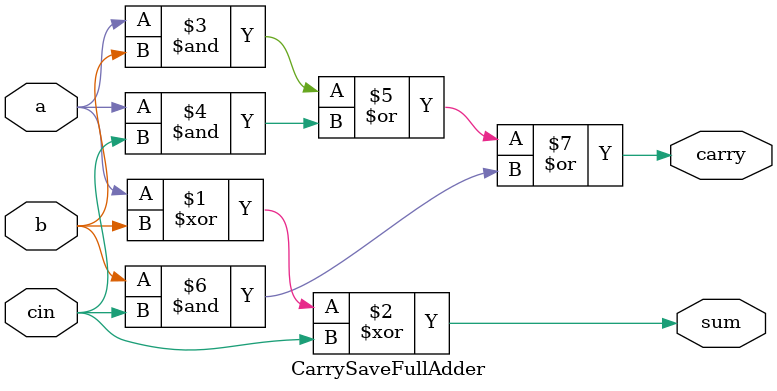
<source format=v>
module CarrySaveFullAdder (
    input  wire a,
    input  wire b,
    input  wire cin,
    output wire sum,
    output wire carry
);

    assign sum   = a ^ b ^ cin;

    assign carry = (a & b) | (a & cin) | (b & cin);

endmodule

</source>
